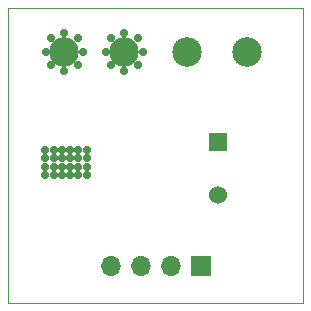
<source format=gbr>
%TF.GenerationSoftware,KiCad,Pcbnew,(7.0.0)*%
%TF.CreationDate,2023-08-29T19:29:08-03:00*%
%TF.ProjectId,Driver_TB67H451AFNG,44726976-6572-45f5-9442-363748343531,rev?*%
%TF.SameCoordinates,Original*%
%TF.FileFunction,Soldermask,Bot*%
%TF.FilePolarity,Negative*%
%FSLAX46Y46*%
G04 Gerber Fmt 4.6, Leading zero omitted, Abs format (unit mm)*
G04 Created by KiCad (PCBNEW (7.0.0)) date 2023-08-29 19:29:08*
%MOMM*%
%LPD*%
G01*
G04 APERTURE LIST*
%ADD10C,2.500000*%
%ADD11C,0.700000*%
%ADD12R,1.700000X1.700000*%
%ADD13O,1.700000X1.700000*%
%ADD14R,1.524000X1.524000*%
%ADD15C,1.524000*%
%TA.AperFunction,Profile*%
%ADD16C,0.100000*%
%TD*%
G04 APERTURE END LIST*
D10*
%TO.C,J1*%
X165520000Y-90000000D03*
X160440000Y-90000000D03*
%TD*%
D11*
%TO.C,U1*%
X148450000Y-98330000D03*
X148450000Y-99030000D03*
X148450000Y-99730000D03*
X148450000Y-100430000D03*
X149150000Y-98330000D03*
X149150000Y-99030000D03*
X149150000Y-99730000D03*
X149150000Y-100430000D03*
X149850000Y-98330000D03*
X149850000Y-99030000D03*
X149850000Y-99730000D03*
X149850000Y-100430000D03*
X150550000Y-98330000D03*
X150550000Y-99030000D03*
X150550000Y-99730000D03*
X150550000Y-100430000D03*
X151250000Y-98330000D03*
X151250000Y-99030000D03*
X151250000Y-99730000D03*
X151250000Y-100430000D03*
X151950000Y-98330000D03*
X151950000Y-99030000D03*
X151950000Y-99730000D03*
X151950000Y-100430000D03*
%TD*%
D12*
%TO.C,J4*%
X161589999Y-108149999D03*
D13*
X159049999Y-108149999D03*
X156509999Y-108149999D03*
X153969999Y-108149999D03*
%TD*%
D14*
%TO.C,C2*%
X163039999Y-97669999D03*
D15*
X163040000Y-102170000D03*
%TD*%
D11*
%TO.C,J3*%
X156750000Y-90000000D03*
X156280000Y-91120000D03*
X156280000Y-88880000D03*
X155150000Y-91600000D03*
D10*
X155150000Y-90000000D03*
D11*
X155150000Y-88400000D03*
X154010000Y-91120000D03*
X154010000Y-88880000D03*
X153560000Y-90000000D03*
X151670000Y-90000000D03*
X151200000Y-91120000D03*
X151200000Y-88880000D03*
X150070000Y-91600000D03*
D10*
X150070000Y-90000000D03*
D11*
X150070000Y-88400000D03*
X148930000Y-91120000D03*
X148930000Y-88880000D03*
X148480000Y-90000000D03*
%TD*%
D16*
X145290000Y-86280000D02*
X170290000Y-86280000D01*
X170290000Y-86280000D02*
X170290000Y-111280000D01*
X170290000Y-111280000D02*
X145290000Y-111280000D01*
X145290000Y-111280000D02*
X145290000Y-86280000D01*
M02*

</source>
